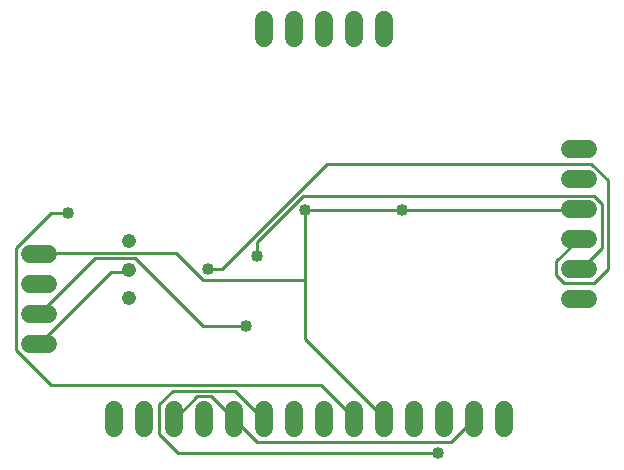
<source format=gbr>
G75*
%MOIN*%
%OFA0B0*%
%FSLAX24Y24*%
%IPPOS*%
%LPD*%
%AMOC8*
5,1,8,0,0,1.08239X$1,22.5*
%
%ADD10C,0.0600*%
%ADD11C,0.0476*%
%ADD12C,0.0100*%
%ADD13C,0.0400*%
D10*
X005600Y012800D02*
X005600Y013400D01*
X006600Y013400D02*
X006600Y012800D01*
X007600Y012800D02*
X007600Y013400D01*
X008600Y013400D02*
X008600Y012800D01*
X009600Y012800D02*
X009600Y013400D01*
X010600Y013400D02*
X010600Y012800D01*
X011600Y012800D02*
X011600Y013400D01*
X012600Y013400D02*
X012600Y012800D01*
X013600Y012800D02*
X013600Y013400D01*
X014600Y013400D02*
X014600Y012800D01*
X015600Y012800D02*
X015600Y013400D01*
X016600Y013400D02*
X016600Y012800D01*
X017600Y012800D02*
X017600Y013400D01*
X018600Y013400D02*
X018600Y012800D01*
X020800Y017100D02*
X021400Y017100D01*
X021400Y018100D02*
X020800Y018100D01*
X020800Y019100D02*
X021400Y019100D01*
X021400Y020100D02*
X020800Y020100D01*
X020800Y021100D02*
X021400Y021100D01*
X021400Y022100D02*
X020800Y022100D01*
X014600Y025800D02*
X014600Y026400D01*
X013600Y026400D02*
X013600Y025800D01*
X012600Y025800D02*
X012600Y026400D01*
X011600Y026400D02*
X011600Y025800D01*
X010600Y025800D02*
X010600Y026400D01*
X003400Y018600D02*
X002800Y018600D01*
X002800Y017600D02*
X003400Y017600D01*
X003400Y016600D02*
X002800Y016600D01*
X002800Y015600D02*
X003400Y015600D01*
D11*
X006100Y017150D03*
X006100Y018089D03*
X006100Y019050D03*
D12*
X007120Y012610D02*
X007750Y011980D01*
X016390Y011980D01*
X016840Y012340D02*
X010360Y012340D01*
X009600Y013100D01*
X008830Y013870D01*
X008380Y013870D01*
X007660Y013150D01*
X007600Y013100D01*
X007120Y012610D02*
X007120Y013600D01*
X007570Y014050D01*
X009640Y014050D01*
X010540Y013150D01*
X010600Y013100D01*
X012520Y014230D02*
X013600Y013150D01*
X013600Y013100D01*
X014590Y013150D02*
X014600Y013100D01*
X014590Y013150D02*
X011980Y015760D01*
X011980Y017740D01*
X008560Y017740D01*
X007660Y018640D01*
X003160Y018640D01*
X003100Y018600D01*
X002350Y018820D02*
X002350Y015400D01*
X003520Y014230D01*
X012520Y014230D01*
X010000Y016210D02*
X008560Y016210D01*
X006310Y018460D01*
X004960Y018460D01*
X003100Y016600D01*
X003160Y015670D02*
X003100Y015600D01*
X003160Y015670D02*
X005500Y018010D01*
X006040Y018010D01*
X006100Y018089D01*
X004060Y019990D02*
X003520Y019990D01*
X002350Y018820D01*
X008740Y018100D02*
X009190Y018100D01*
X012700Y021610D01*
X021520Y021610D01*
X022060Y021070D01*
X022060Y018100D01*
X021610Y017650D01*
X020620Y017650D01*
X020350Y017920D01*
X020350Y018370D01*
X021070Y019090D01*
X021100Y019100D01*
X021880Y018820D02*
X021160Y018100D01*
X021100Y018100D01*
X021880Y018820D02*
X021880Y020260D01*
X021610Y020530D01*
X011890Y020530D01*
X010360Y019000D01*
X010360Y018550D01*
X011980Y017740D02*
X011980Y020080D01*
X015220Y020080D01*
X021070Y020080D01*
X021100Y020100D01*
X017600Y013100D02*
X016840Y012340D01*
D13*
X016390Y011980D03*
X010000Y016210D03*
X008740Y018100D03*
X010360Y018550D03*
X011980Y020080D03*
X015220Y020080D03*
X004060Y019990D03*
M02*

</source>
